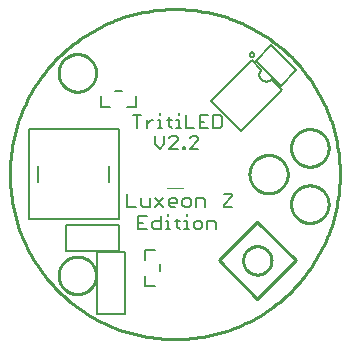
<source format=gto>
G75*
%MOIN*%
%OFA0B0*%
%FSLAX25Y25*%
%IPPOS*%
%LPD*%
%AMOC8*
5,1,8,0,0,1.08239X$1,22.5*
%
%ADD10C,0.01000*%
%ADD11C,0.00700*%
%ADD12C,0.00500*%
%ADD13C,0.00394*%
D10*
X0069250Y0049250D02*
X0069252Y0049408D01*
X0069258Y0049565D01*
X0069268Y0049723D01*
X0069282Y0049880D01*
X0069300Y0050036D01*
X0069321Y0050193D01*
X0069347Y0050348D01*
X0069377Y0050503D01*
X0069410Y0050657D01*
X0069448Y0050810D01*
X0069489Y0050963D01*
X0069534Y0051114D01*
X0069583Y0051264D01*
X0069636Y0051412D01*
X0069692Y0051560D01*
X0069753Y0051705D01*
X0069816Y0051850D01*
X0069884Y0051992D01*
X0069955Y0052133D01*
X0070029Y0052272D01*
X0070107Y0052409D01*
X0070189Y0052544D01*
X0070273Y0052677D01*
X0070362Y0052808D01*
X0070453Y0052936D01*
X0070548Y0053063D01*
X0070645Y0053186D01*
X0070746Y0053308D01*
X0070850Y0053426D01*
X0070957Y0053542D01*
X0071067Y0053655D01*
X0071179Y0053766D01*
X0071295Y0053873D01*
X0071413Y0053978D01*
X0071533Y0054080D01*
X0071656Y0054178D01*
X0071782Y0054274D01*
X0071910Y0054366D01*
X0072040Y0054455D01*
X0072172Y0054541D01*
X0072307Y0054623D01*
X0072444Y0054702D01*
X0072582Y0054777D01*
X0072722Y0054849D01*
X0072865Y0054917D01*
X0073008Y0054982D01*
X0073154Y0055043D01*
X0073301Y0055100D01*
X0073449Y0055154D01*
X0073599Y0055204D01*
X0073749Y0055250D01*
X0073901Y0055292D01*
X0074054Y0055331D01*
X0074208Y0055365D01*
X0074363Y0055396D01*
X0074518Y0055422D01*
X0074674Y0055445D01*
X0074831Y0055464D01*
X0074988Y0055479D01*
X0075145Y0055490D01*
X0075303Y0055497D01*
X0075461Y0055500D01*
X0075618Y0055499D01*
X0075776Y0055494D01*
X0075933Y0055485D01*
X0076091Y0055472D01*
X0076247Y0055455D01*
X0076404Y0055434D01*
X0076559Y0055410D01*
X0076714Y0055381D01*
X0076869Y0055348D01*
X0077022Y0055312D01*
X0077175Y0055271D01*
X0077326Y0055227D01*
X0077476Y0055179D01*
X0077625Y0055128D01*
X0077773Y0055072D01*
X0077919Y0055013D01*
X0078064Y0054950D01*
X0078207Y0054883D01*
X0078348Y0054813D01*
X0078487Y0054740D01*
X0078625Y0054663D01*
X0078761Y0054582D01*
X0078894Y0054498D01*
X0079025Y0054411D01*
X0079154Y0054320D01*
X0079281Y0054226D01*
X0079406Y0054129D01*
X0079527Y0054029D01*
X0079647Y0053926D01*
X0079763Y0053820D01*
X0079877Y0053711D01*
X0079989Y0053599D01*
X0080097Y0053485D01*
X0080202Y0053367D01*
X0080305Y0053247D01*
X0080404Y0053125D01*
X0080500Y0053000D01*
X0080593Y0052872D01*
X0080683Y0052743D01*
X0080769Y0052611D01*
X0080853Y0052477D01*
X0080932Y0052341D01*
X0081009Y0052203D01*
X0081081Y0052063D01*
X0081150Y0051921D01*
X0081216Y0051778D01*
X0081278Y0051633D01*
X0081336Y0051486D01*
X0081391Y0051338D01*
X0081442Y0051189D01*
X0081489Y0051038D01*
X0081532Y0050887D01*
X0081571Y0050734D01*
X0081607Y0050580D01*
X0081638Y0050426D01*
X0081666Y0050271D01*
X0081690Y0050115D01*
X0081710Y0049958D01*
X0081726Y0049801D01*
X0081738Y0049644D01*
X0081746Y0049487D01*
X0081750Y0049329D01*
X0081750Y0049171D01*
X0081746Y0049013D01*
X0081738Y0048856D01*
X0081726Y0048699D01*
X0081710Y0048542D01*
X0081690Y0048385D01*
X0081666Y0048229D01*
X0081638Y0048074D01*
X0081607Y0047920D01*
X0081571Y0047766D01*
X0081532Y0047613D01*
X0081489Y0047462D01*
X0081442Y0047311D01*
X0081391Y0047162D01*
X0081336Y0047014D01*
X0081278Y0046867D01*
X0081216Y0046722D01*
X0081150Y0046579D01*
X0081081Y0046437D01*
X0081009Y0046297D01*
X0080932Y0046159D01*
X0080853Y0046023D01*
X0080769Y0045889D01*
X0080683Y0045757D01*
X0080593Y0045628D01*
X0080500Y0045500D01*
X0080404Y0045375D01*
X0080305Y0045253D01*
X0080202Y0045133D01*
X0080097Y0045015D01*
X0079989Y0044901D01*
X0079877Y0044789D01*
X0079763Y0044680D01*
X0079647Y0044574D01*
X0079527Y0044471D01*
X0079406Y0044371D01*
X0079281Y0044274D01*
X0079154Y0044180D01*
X0079025Y0044089D01*
X0078894Y0044002D01*
X0078761Y0043918D01*
X0078625Y0043837D01*
X0078487Y0043760D01*
X0078348Y0043687D01*
X0078207Y0043617D01*
X0078064Y0043550D01*
X0077919Y0043487D01*
X0077773Y0043428D01*
X0077625Y0043372D01*
X0077476Y0043321D01*
X0077326Y0043273D01*
X0077175Y0043229D01*
X0077022Y0043188D01*
X0076869Y0043152D01*
X0076714Y0043119D01*
X0076559Y0043090D01*
X0076404Y0043066D01*
X0076247Y0043045D01*
X0076091Y0043028D01*
X0075933Y0043015D01*
X0075776Y0043006D01*
X0075618Y0043001D01*
X0075461Y0043000D01*
X0075303Y0043003D01*
X0075145Y0043010D01*
X0074988Y0043021D01*
X0074831Y0043036D01*
X0074674Y0043055D01*
X0074518Y0043078D01*
X0074363Y0043104D01*
X0074208Y0043135D01*
X0074054Y0043169D01*
X0073901Y0043208D01*
X0073749Y0043250D01*
X0073599Y0043296D01*
X0073449Y0043346D01*
X0073301Y0043400D01*
X0073154Y0043457D01*
X0073008Y0043518D01*
X0072865Y0043583D01*
X0072722Y0043651D01*
X0072582Y0043723D01*
X0072444Y0043798D01*
X0072307Y0043877D01*
X0072172Y0043959D01*
X0072040Y0044045D01*
X0071910Y0044134D01*
X0071782Y0044226D01*
X0071656Y0044322D01*
X0071533Y0044420D01*
X0071413Y0044522D01*
X0071295Y0044627D01*
X0071179Y0044734D01*
X0071067Y0044845D01*
X0070957Y0044958D01*
X0070850Y0045074D01*
X0070746Y0045192D01*
X0070645Y0045314D01*
X0070548Y0045437D01*
X0070453Y0045564D01*
X0070362Y0045692D01*
X0070273Y0045823D01*
X0070189Y0045956D01*
X0070107Y0046091D01*
X0070029Y0046228D01*
X0069955Y0046367D01*
X0069884Y0046508D01*
X0069816Y0046650D01*
X0069753Y0046795D01*
X0069692Y0046940D01*
X0069636Y0047088D01*
X0069583Y0047236D01*
X0069534Y0047386D01*
X0069489Y0047537D01*
X0069448Y0047690D01*
X0069410Y0047843D01*
X0069377Y0047997D01*
X0069347Y0048152D01*
X0069321Y0048307D01*
X0069300Y0048464D01*
X0069282Y0048620D01*
X0069268Y0048777D01*
X0069258Y0048935D01*
X0069252Y0049092D01*
X0069250Y0049250D01*
X0053000Y0083000D02*
X0053017Y0084350D01*
X0053066Y0085699D01*
X0053149Y0087046D01*
X0053265Y0088391D01*
X0053414Y0089733D01*
X0053595Y0091070D01*
X0053810Y0092403D01*
X0054057Y0093730D01*
X0054336Y0095051D01*
X0054648Y0096364D01*
X0054992Y0097669D01*
X0055368Y0098966D01*
X0055776Y0100252D01*
X0056215Y0101529D01*
X0056685Y0102794D01*
X0057187Y0104048D01*
X0057718Y0105288D01*
X0058281Y0106516D01*
X0058873Y0107729D01*
X0059494Y0108927D01*
X0060145Y0110109D01*
X0060825Y0111276D01*
X0061533Y0112425D01*
X0062269Y0113556D01*
X0063033Y0114669D01*
X0063824Y0115763D01*
X0064641Y0116838D01*
X0065484Y0117892D01*
X0066354Y0118925D01*
X0067248Y0119936D01*
X0068166Y0120925D01*
X0069109Y0121891D01*
X0070075Y0122834D01*
X0071064Y0123752D01*
X0072075Y0124646D01*
X0073108Y0125516D01*
X0074162Y0126359D01*
X0075237Y0127176D01*
X0076331Y0127967D01*
X0077444Y0128731D01*
X0078575Y0129467D01*
X0079724Y0130175D01*
X0080891Y0130855D01*
X0082073Y0131506D01*
X0083271Y0132127D01*
X0084484Y0132719D01*
X0085712Y0133282D01*
X0086952Y0133813D01*
X0088206Y0134315D01*
X0089471Y0134785D01*
X0090748Y0135224D01*
X0092034Y0135632D01*
X0093331Y0136008D01*
X0094636Y0136352D01*
X0095949Y0136664D01*
X0097270Y0136943D01*
X0098597Y0137190D01*
X0099930Y0137405D01*
X0101267Y0137586D01*
X0102609Y0137735D01*
X0103954Y0137851D01*
X0105301Y0137934D01*
X0106650Y0137983D01*
X0108000Y0138000D01*
X0109350Y0137983D01*
X0110699Y0137934D01*
X0112046Y0137851D01*
X0113391Y0137735D01*
X0114733Y0137586D01*
X0116070Y0137405D01*
X0117403Y0137190D01*
X0118730Y0136943D01*
X0120051Y0136664D01*
X0121364Y0136352D01*
X0122669Y0136008D01*
X0123966Y0135632D01*
X0125252Y0135224D01*
X0126529Y0134785D01*
X0127794Y0134315D01*
X0129048Y0133813D01*
X0130288Y0133282D01*
X0131516Y0132719D01*
X0132729Y0132127D01*
X0133927Y0131506D01*
X0135109Y0130855D01*
X0136276Y0130175D01*
X0137425Y0129467D01*
X0138556Y0128731D01*
X0139669Y0127967D01*
X0140763Y0127176D01*
X0141838Y0126359D01*
X0142892Y0125516D01*
X0143925Y0124646D01*
X0144936Y0123752D01*
X0145925Y0122834D01*
X0146891Y0121891D01*
X0147834Y0120925D01*
X0148752Y0119936D01*
X0149646Y0118925D01*
X0150516Y0117892D01*
X0151359Y0116838D01*
X0152176Y0115763D01*
X0152967Y0114669D01*
X0153731Y0113556D01*
X0154467Y0112425D01*
X0155175Y0111276D01*
X0155855Y0110109D01*
X0156506Y0108927D01*
X0157127Y0107729D01*
X0157719Y0106516D01*
X0158282Y0105288D01*
X0158813Y0104048D01*
X0159315Y0102794D01*
X0159785Y0101529D01*
X0160224Y0100252D01*
X0160632Y0098966D01*
X0161008Y0097669D01*
X0161352Y0096364D01*
X0161664Y0095051D01*
X0161943Y0093730D01*
X0162190Y0092403D01*
X0162405Y0091070D01*
X0162586Y0089733D01*
X0162735Y0088391D01*
X0162851Y0087046D01*
X0162934Y0085699D01*
X0162983Y0084350D01*
X0163000Y0083000D01*
X0162983Y0081650D01*
X0162934Y0080301D01*
X0162851Y0078954D01*
X0162735Y0077609D01*
X0162586Y0076267D01*
X0162405Y0074930D01*
X0162190Y0073597D01*
X0161943Y0072270D01*
X0161664Y0070949D01*
X0161352Y0069636D01*
X0161008Y0068331D01*
X0160632Y0067034D01*
X0160224Y0065748D01*
X0159785Y0064471D01*
X0159315Y0063206D01*
X0158813Y0061952D01*
X0158282Y0060712D01*
X0157719Y0059484D01*
X0157127Y0058271D01*
X0156506Y0057073D01*
X0155855Y0055891D01*
X0155175Y0054724D01*
X0154467Y0053575D01*
X0153731Y0052444D01*
X0152967Y0051331D01*
X0152176Y0050237D01*
X0151359Y0049162D01*
X0150516Y0048108D01*
X0149646Y0047075D01*
X0148752Y0046064D01*
X0147834Y0045075D01*
X0146891Y0044109D01*
X0145925Y0043166D01*
X0144936Y0042248D01*
X0143925Y0041354D01*
X0142892Y0040484D01*
X0141838Y0039641D01*
X0140763Y0038824D01*
X0139669Y0038033D01*
X0138556Y0037269D01*
X0137425Y0036533D01*
X0136276Y0035825D01*
X0135109Y0035145D01*
X0133927Y0034494D01*
X0132729Y0033873D01*
X0131516Y0033281D01*
X0130288Y0032718D01*
X0129048Y0032187D01*
X0127794Y0031685D01*
X0126529Y0031215D01*
X0125252Y0030776D01*
X0123966Y0030368D01*
X0122669Y0029992D01*
X0121364Y0029648D01*
X0120051Y0029336D01*
X0118730Y0029057D01*
X0117403Y0028810D01*
X0116070Y0028595D01*
X0114733Y0028414D01*
X0113391Y0028265D01*
X0112046Y0028149D01*
X0110699Y0028066D01*
X0109350Y0028017D01*
X0108000Y0028000D01*
X0106650Y0028017D01*
X0105301Y0028066D01*
X0103954Y0028149D01*
X0102609Y0028265D01*
X0101267Y0028414D01*
X0099930Y0028595D01*
X0098597Y0028810D01*
X0097270Y0029057D01*
X0095949Y0029336D01*
X0094636Y0029648D01*
X0093331Y0029992D01*
X0092034Y0030368D01*
X0090748Y0030776D01*
X0089471Y0031215D01*
X0088206Y0031685D01*
X0086952Y0032187D01*
X0085712Y0032718D01*
X0084484Y0033281D01*
X0083271Y0033873D01*
X0082073Y0034494D01*
X0080891Y0035145D01*
X0079724Y0035825D01*
X0078575Y0036533D01*
X0077444Y0037269D01*
X0076331Y0038033D01*
X0075237Y0038824D01*
X0074162Y0039641D01*
X0073108Y0040484D01*
X0072075Y0041354D01*
X0071064Y0042248D01*
X0070075Y0043166D01*
X0069109Y0044109D01*
X0068166Y0045075D01*
X0067248Y0046064D01*
X0066354Y0047075D01*
X0065484Y0048108D01*
X0064641Y0049162D01*
X0063824Y0050237D01*
X0063033Y0051331D01*
X0062269Y0052444D01*
X0061533Y0053575D01*
X0060825Y0054724D01*
X0060145Y0055891D01*
X0059494Y0057073D01*
X0058873Y0058271D01*
X0058281Y0059484D01*
X0057718Y0060712D01*
X0057187Y0061952D01*
X0056685Y0063206D01*
X0056215Y0064471D01*
X0055776Y0065748D01*
X0055368Y0067034D01*
X0054992Y0068331D01*
X0054648Y0069636D01*
X0054336Y0070949D01*
X0054057Y0072270D01*
X0053810Y0073597D01*
X0053595Y0074930D01*
X0053414Y0076267D01*
X0053265Y0077609D01*
X0053149Y0078954D01*
X0053066Y0080301D01*
X0053017Y0081650D01*
X0053000Y0083000D01*
X0069250Y0116750D02*
X0069252Y0116908D01*
X0069258Y0117065D01*
X0069268Y0117223D01*
X0069282Y0117380D01*
X0069300Y0117536D01*
X0069321Y0117693D01*
X0069347Y0117848D01*
X0069377Y0118003D01*
X0069410Y0118157D01*
X0069448Y0118310D01*
X0069489Y0118463D01*
X0069534Y0118614D01*
X0069583Y0118764D01*
X0069636Y0118912D01*
X0069692Y0119060D01*
X0069753Y0119205D01*
X0069816Y0119350D01*
X0069884Y0119492D01*
X0069955Y0119633D01*
X0070029Y0119772D01*
X0070107Y0119909D01*
X0070189Y0120044D01*
X0070273Y0120177D01*
X0070362Y0120308D01*
X0070453Y0120436D01*
X0070548Y0120563D01*
X0070645Y0120686D01*
X0070746Y0120808D01*
X0070850Y0120926D01*
X0070957Y0121042D01*
X0071067Y0121155D01*
X0071179Y0121266D01*
X0071295Y0121373D01*
X0071413Y0121478D01*
X0071533Y0121580D01*
X0071656Y0121678D01*
X0071782Y0121774D01*
X0071910Y0121866D01*
X0072040Y0121955D01*
X0072172Y0122041D01*
X0072307Y0122123D01*
X0072444Y0122202D01*
X0072582Y0122277D01*
X0072722Y0122349D01*
X0072865Y0122417D01*
X0073008Y0122482D01*
X0073154Y0122543D01*
X0073301Y0122600D01*
X0073449Y0122654D01*
X0073599Y0122704D01*
X0073749Y0122750D01*
X0073901Y0122792D01*
X0074054Y0122831D01*
X0074208Y0122865D01*
X0074363Y0122896D01*
X0074518Y0122922D01*
X0074674Y0122945D01*
X0074831Y0122964D01*
X0074988Y0122979D01*
X0075145Y0122990D01*
X0075303Y0122997D01*
X0075461Y0123000D01*
X0075618Y0122999D01*
X0075776Y0122994D01*
X0075933Y0122985D01*
X0076091Y0122972D01*
X0076247Y0122955D01*
X0076404Y0122934D01*
X0076559Y0122910D01*
X0076714Y0122881D01*
X0076869Y0122848D01*
X0077022Y0122812D01*
X0077175Y0122771D01*
X0077326Y0122727D01*
X0077476Y0122679D01*
X0077625Y0122628D01*
X0077773Y0122572D01*
X0077919Y0122513D01*
X0078064Y0122450D01*
X0078207Y0122383D01*
X0078348Y0122313D01*
X0078487Y0122240D01*
X0078625Y0122163D01*
X0078761Y0122082D01*
X0078894Y0121998D01*
X0079025Y0121911D01*
X0079154Y0121820D01*
X0079281Y0121726D01*
X0079406Y0121629D01*
X0079527Y0121529D01*
X0079647Y0121426D01*
X0079763Y0121320D01*
X0079877Y0121211D01*
X0079989Y0121099D01*
X0080097Y0120985D01*
X0080202Y0120867D01*
X0080305Y0120747D01*
X0080404Y0120625D01*
X0080500Y0120500D01*
X0080593Y0120372D01*
X0080683Y0120243D01*
X0080769Y0120111D01*
X0080853Y0119977D01*
X0080932Y0119841D01*
X0081009Y0119703D01*
X0081081Y0119563D01*
X0081150Y0119421D01*
X0081216Y0119278D01*
X0081278Y0119133D01*
X0081336Y0118986D01*
X0081391Y0118838D01*
X0081442Y0118689D01*
X0081489Y0118538D01*
X0081532Y0118387D01*
X0081571Y0118234D01*
X0081607Y0118080D01*
X0081638Y0117926D01*
X0081666Y0117771D01*
X0081690Y0117615D01*
X0081710Y0117458D01*
X0081726Y0117301D01*
X0081738Y0117144D01*
X0081746Y0116987D01*
X0081750Y0116829D01*
X0081750Y0116671D01*
X0081746Y0116513D01*
X0081738Y0116356D01*
X0081726Y0116199D01*
X0081710Y0116042D01*
X0081690Y0115885D01*
X0081666Y0115729D01*
X0081638Y0115574D01*
X0081607Y0115420D01*
X0081571Y0115266D01*
X0081532Y0115113D01*
X0081489Y0114962D01*
X0081442Y0114811D01*
X0081391Y0114662D01*
X0081336Y0114514D01*
X0081278Y0114367D01*
X0081216Y0114222D01*
X0081150Y0114079D01*
X0081081Y0113937D01*
X0081009Y0113797D01*
X0080932Y0113659D01*
X0080853Y0113523D01*
X0080769Y0113389D01*
X0080683Y0113257D01*
X0080593Y0113128D01*
X0080500Y0113000D01*
X0080404Y0112875D01*
X0080305Y0112753D01*
X0080202Y0112633D01*
X0080097Y0112515D01*
X0079989Y0112401D01*
X0079877Y0112289D01*
X0079763Y0112180D01*
X0079647Y0112074D01*
X0079527Y0111971D01*
X0079406Y0111871D01*
X0079281Y0111774D01*
X0079154Y0111680D01*
X0079025Y0111589D01*
X0078894Y0111502D01*
X0078761Y0111418D01*
X0078625Y0111337D01*
X0078487Y0111260D01*
X0078348Y0111187D01*
X0078207Y0111117D01*
X0078064Y0111050D01*
X0077919Y0110987D01*
X0077773Y0110928D01*
X0077625Y0110872D01*
X0077476Y0110821D01*
X0077326Y0110773D01*
X0077175Y0110729D01*
X0077022Y0110688D01*
X0076869Y0110652D01*
X0076714Y0110619D01*
X0076559Y0110590D01*
X0076404Y0110566D01*
X0076247Y0110545D01*
X0076091Y0110528D01*
X0075933Y0110515D01*
X0075776Y0110506D01*
X0075618Y0110501D01*
X0075461Y0110500D01*
X0075303Y0110503D01*
X0075145Y0110510D01*
X0074988Y0110521D01*
X0074831Y0110536D01*
X0074674Y0110555D01*
X0074518Y0110578D01*
X0074363Y0110604D01*
X0074208Y0110635D01*
X0074054Y0110669D01*
X0073901Y0110708D01*
X0073749Y0110750D01*
X0073599Y0110796D01*
X0073449Y0110846D01*
X0073301Y0110900D01*
X0073154Y0110957D01*
X0073008Y0111018D01*
X0072865Y0111083D01*
X0072722Y0111151D01*
X0072582Y0111223D01*
X0072444Y0111298D01*
X0072307Y0111377D01*
X0072172Y0111459D01*
X0072040Y0111545D01*
X0071910Y0111634D01*
X0071782Y0111726D01*
X0071656Y0111822D01*
X0071533Y0111920D01*
X0071413Y0112022D01*
X0071295Y0112127D01*
X0071179Y0112234D01*
X0071067Y0112345D01*
X0070957Y0112458D01*
X0070850Y0112574D01*
X0070746Y0112692D01*
X0070645Y0112814D01*
X0070548Y0112937D01*
X0070453Y0113064D01*
X0070362Y0113192D01*
X0070273Y0113323D01*
X0070189Y0113456D01*
X0070107Y0113591D01*
X0070029Y0113728D01*
X0069955Y0113867D01*
X0069884Y0114008D01*
X0069816Y0114150D01*
X0069753Y0114295D01*
X0069692Y0114440D01*
X0069636Y0114588D01*
X0069583Y0114736D01*
X0069534Y0114886D01*
X0069489Y0115037D01*
X0069448Y0115190D01*
X0069410Y0115343D01*
X0069377Y0115497D01*
X0069347Y0115652D01*
X0069321Y0115807D01*
X0069300Y0115964D01*
X0069282Y0116120D01*
X0069268Y0116277D01*
X0069258Y0116435D01*
X0069252Y0116592D01*
X0069250Y0116750D01*
X0132876Y0083000D02*
X0132878Y0083160D01*
X0132884Y0083319D01*
X0132894Y0083478D01*
X0132908Y0083637D01*
X0132926Y0083796D01*
X0132948Y0083954D01*
X0132974Y0084111D01*
X0133003Y0084268D01*
X0133037Y0084424D01*
X0133075Y0084579D01*
X0133116Y0084733D01*
X0133161Y0084886D01*
X0133211Y0085038D01*
X0133263Y0085188D01*
X0133320Y0085338D01*
X0133380Y0085485D01*
X0133444Y0085631D01*
X0133512Y0085776D01*
X0133583Y0085919D01*
X0133658Y0086060D01*
X0133737Y0086199D01*
X0133818Y0086336D01*
X0133904Y0086470D01*
X0133992Y0086603D01*
X0134084Y0086734D01*
X0134179Y0086862D01*
X0134277Y0086987D01*
X0134379Y0087111D01*
X0134483Y0087231D01*
X0134590Y0087349D01*
X0134701Y0087465D01*
X0134814Y0087577D01*
X0134930Y0087687D01*
X0135049Y0087793D01*
X0135170Y0087897D01*
X0135294Y0087998D01*
X0135420Y0088095D01*
X0135549Y0088189D01*
X0135680Y0088280D01*
X0135813Y0088368D01*
X0135949Y0088452D01*
X0136086Y0088533D01*
X0136226Y0088611D01*
X0136367Y0088685D01*
X0136510Y0088755D01*
X0136655Y0088822D01*
X0136802Y0088885D01*
X0136950Y0088944D01*
X0137099Y0089000D01*
X0137250Y0089052D01*
X0137402Y0089100D01*
X0137555Y0089145D01*
X0137710Y0089185D01*
X0137865Y0089222D01*
X0138021Y0089254D01*
X0138178Y0089283D01*
X0138336Y0089308D01*
X0138494Y0089329D01*
X0138653Y0089346D01*
X0138812Y0089359D01*
X0138971Y0089368D01*
X0139130Y0089373D01*
X0139290Y0089374D01*
X0139449Y0089371D01*
X0139609Y0089364D01*
X0139768Y0089353D01*
X0139927Y0089338D01*
X0140085Y0089319D01*
X0140243Y0089296D01*
X0140400Y0089269D01*
X0140557Y0089239D01*
X0140713Y0089204D01*
X0140868Y0089165D01*
X0141021Y0089123D01*
X0141174Y0089077D01*
X0141326Y0089027D01*
X0141476Y0088973D01*
X0141625Y0088915D01*
X0141772Y0088854D01*
X0141918Y0088789D01*
X0142062Y0088720D01*
X0142204Y0088648D01*
X0142344Y0088572D01*
X0142483Y0088493D01*
X0142619Y0088411D01*
X0142754Y0088325D01*
X0142886Y0088235D01*
X0143016Y0088143D01*
X0143143Y0088047D01*
X0143269Y0087948D01*
X0143391Y0087846D01*
X0143511Y0087740D01*
X0143628Y0087632D01*
X0143743Y0087521D01*
X0143855Y0087407D01*
X0143964Y0087291D01*
X0144070Y0087171D01*
X0144172Y0087049D01*
X0144272Y0086925D01*
X0144369Y0086798D01*
X0144462Y0086669D01*
X0144553Y0086537D01*
X0144639Y0086403D01*
X0144723Y0086267D01*
X0144803Y0086129D01*
X0144880Y0085989D01*
X0144953Y0085847D01*
X0145022Y0085704D01*
X0145088Y0085558D01*
X0145150Y0085412D01*
X0145209Y0085263D01*
X0145263Y0085113D01*
X0145314Y0084962D01*
X0145362Y0084810D01*
X0145405Y0084656D01*
X0145445Y0084502D01*
X0145480Y0084346D01*
X0145512Y0084190D01*
X0145540Y0084033D01*
X0145564Y0083875D01*
X0145584Y0083716D01*
X0145600Y0083558D01*
X0145612Y0083399D01*
X0145620Y0083239D01*
X0145624Y0083080D01*
X0145624Y0082920D01*
X0145620Y0082761D01*
X0145612Y0082601D01*
X0145600Y0082442D01*
X0145584Y0082284D01*
X0145564Y0082125D01*
X0145540Y0081967D01*
X0145512Y0081810D01*
X0145480Y0081654D01*
X0145445Y0081498D01*
X0145405Y0081344D01*
X0145362Y0081190D01*
X0145314Y0081038D01*
X0145263Y0080887D01*
X0145209Y0080737D01*
X0145150Y0080588D01*
X0145088Y0080442D01*
X0145022Y0080296D01*
X0144953Y0080153D01*
X0144880Y0080011D01*
X0144803Y0079871D01*
X0144723Y0079733D01*
X0144639Y0079597D01*
X0144553Y0079463D01*
X0144462Y0079331D01*
X0144369Y0079202D01*
X0144272Y0079075D01*
X0144172Y0078951D01*
X0144070Y0078829D01*
X0143964Y0078709D01*
X0143855Y0078593D01*
X0143743Y0078479D01*
X0143628Y0078368D01*
X0143511Y0078260D01*
X0143391Y0078154D01*
X0143269Y0078052D01*
X0143143Y0077953D01*
X0143016Y0077857D01*
X0142886Y0077765D01*
X0142754Y0077675D01*
X0142619Y0077589D01*
X0142483Y0077507D01*
X0142344Y0077428D01*
X0142204Y0077352D01*
X0142062Y0077280D01*
X0141918Y0077211D01*
X0141772Y0077146D01*
X0141625Y0077085D01*
X0141476Y0077027D01*
X0141326Y0076973D01*
X0141174Y0076923D01*
X0141021Y0076877D01*
X0140868Y0076835D01*
X0140713Y0076796D01*
X0140557Y0076761D01*
X0140400Y0076731D01*
X0140243Y0076704D01*
X0140085Y0076681D01*
X0139927Y0076662D01*
X0139768Y0076647D01*
X0139609Y0076636D01*
X0139449Y0076629D01*
X0139290Y0076626D01*
X0139130Y0076627D01*
X0138971Y0076632D01*
X0138812Y0076641D01*
X0138653Y0076654D01*
X0138494Y0076671D01*
X0138336Y0076692D01*
X0138178Y0076717D01*
X0138021Y0076746D01*
X0137865Y0076778D01*
X0137710Y0076815D01*
X0137555Y0076855D01*
X0137402Y0076900D01*
X0137250Y0076948D01*
X0137099Y0077000D01*
X0136950Y0077056D01*
X0136802Y0077115D01*
X0136655Y0077178D01*
X0136510Y0077245D01*
X0136367Y0077315D01*
X0136226Y0077389D01*
X0136086Y0077467D01*
X0135949Y0077548D01*
X0135813Y0077632D01*
X0135680Y0077720D01*
X0135549Y0077811D01*
X0135420Y0077905D01*
X0135294Y0078002D01*
X0135170Y0078103D01*
X0135049Y0078207D01*
X0134930Y0078313D01*
X0134814Y0078423D01*
X0134701Y0078535D01*
X0134590Y0078651D01*
X0134483Y0078769D01*
X0134379Y0078889D01*
X0134277Y0079013D01*
X0134179Y0079138D01*
X0134084Y0079266D01*
X0133992Y0079397D01*
X0133904Y0079530D01*
X0133818Y0079664D01*
X0133737Y0079801D01*
X0133658Y0079940D01*
X0133583Y0080081D01*
X0133512Y0080224D01*
X0133444Y0080369D01*
X0133380Y0080515D01*
X0133320Y0080662D01*
X0133263Y0080812D01*
X0133211Y0080962D01*
X0133161Y0081114D01*
X0133116Y0081267D01*
X0133075Y0081421D01*
X0133037Y0081576D01*
X0133003Y0081732D01*
X0132974Y0081889D01*
X0132948Y0082046D01*
X0132926Y0082204D01*
X0132908Y0082363D01*
X0132894Y0082522D01*
X0132884Y0082681D01*
X0132878Y0082840D01*
X0132876Y0083000D01*
X0146750Y0091750D02*
X0146752Y0091908D01*
X0146758Y0092065D01*
X0146768Y0092223D01*
X0146782Y0092380D01*
X0146800Y0092536D01*
X0146821Y0092693D01*
X0146847Y0092848D01*
X0146877Y0093003D01*
X0146910Y0093157D01*
X0146948Y0093310D01*
X0146989Y0093463D01*
X0147034Y0093614D01*
X0147083Y0093764D01*
X0147136Y0093912D01*
X0147192Y0094060D01*
X0147253Y0094205D01*
X0147316Y0094350D01*
X0147384Y0094492D01*
X0147455Y0094633D01*
X0147529Y0094772D01*
X0147607Y0094909D01*
X0147689Y0095044D01*
X0147773Y0095177D01*
X0147862Y0095308D01*
X0147953Y0095436D01*
X0148048Y0095563D01*
X0148145Y0095686D01*
X0148246Y0095808D01*
X0148350Y0095926D01*
X0148457Y0096042D01*
X0148567Y0096155D01*
X0148679Y0096266D01*
X0148795Y0096373D01*
X0148913Y0096478D01*
X0149033Y0096580D01*
X0149156Y0096678D01*
X0149282Y0096774D01*
X0149410Y0096866D01*
X0149540Y0096955D01*
X0149672Y0097041D01*
X0149807Y0097123D01*
X0149944Y0097202D01*
X0150082Y0097277D01*
X0150222Y0097349D01*
X0150365Y0097417D01*
X0150508Y0097482D01*
X0150654Y0097543D01*
X0150801Y0097600D01*
X0150949Y0097654D01*
X0151099Y0097704D01*
X0151249Y0097750D01*
X0151401Y0097792D01*
X0151554Y0097831D01*
X0151708Y0097865D01*
X0151863Y0097896D01*
X0152018Y0097922D01*
X0152174Y0097945D01*
X0152331Y0097964D01*
X0152488Y0097979D01*
X0152645Y0097990D01*
X0152803Y0097997D01*
X0152961Y0098000D01*
X0153118Y0097999D01*
X0153276Y0097994D01*
X0153433Y0097985D01*
X0153591Y0097972D01*
X0153747Y0097955D01*
X0153904Y0097934D01*
X0154059Y0097910D01*
X0154214Y0097881D01*
X0154369Y0097848D01*
X0154522Y0097812D01*
X0154675Y0097771D01*
X0154826Y0097727D01*
X0154976Y0097679D01*
X0155125Y0097628D01*
X0155273Y0097572D01*
X0155419Y0097513D01*
X0155564Y0097450D01*
X0155707Y0097383D01*
X0155848Y0097313D01*
X0155987Y0097240D01*
X0156125Y0097163D01*
X0156261Y0097082D01*
X0156394Y0096998D01*
X0156525Y0096911D01*
X0156654Y0096820D01*
X0156781Y0096726D01*
X0156906Y0096629D01*
X0157027Y0096529D01*
X0157147Y0096426D01*
X0157263Y0096320D01*
X0157377Y0096211D01*
X0157489Y0096099D01*
X0157597Y0095985D01*
X0157702Y0095867D01*
X0157805Y0095747D01*
X0157904Y0095625D01*
X0158000Y0095500D01*
X0158093Y0095372D01*
X0158183Y0095243D01*
X0158269Y0095111D01*
X0158353Y0094977D01*
X0158432Y0094841D01*
X0158509Y0094703D01*
X0158581Y0094563D01*
X0158650Y0094421D01*
X0158716Y0094278D01*
X0158778Y0094133D01*
X0158836Y0093986D01*
X0158891Y0093838D01*
X0158942Y0093689D01*
X0158989Y0093538D01*
X0159032Y0093387D01*
X0159071Y0093234D01*
X0159107Y0093080D01*
X0159138Y0092926D01*
X0159166Y0092771D01*
X0159190Y0092615D01*
X0159210Y0092458D01*
X0159226Y0092301D01*
X0159238Y0092144D01*
X0159246Y0091987D01*
X0159250Y0091829D01*
X0159250Y0091671D01*
X0159246Y0091513D01*
X0159238Y0091356D01*
X0159226Y0091199D01*
X0159210Y0091042D01*
X0159190Y0090885D01*
X0159166Y0090729D01*
X0159138Y0090574D01*
X0159107Y0090420D01*
X0159071Y0090266D01*
X0159032Y0090113D01*
X0158989Y0089962D01*
X0158942Y0089811D01*
X0158891Y0089662D01*
X0158836Y0089514D01*
X0158778Y0089367D01*
X0158716Y0089222D01*
X0158650Y0089079D01*
X0158581Y0088937D01*
X0158509Y0088797D01*
X0158432Y0088659D01*
X0158353Y0088523D01*
X0158269Y0088389D01*
X0158183Y0088257D01*
X0158093Y0088128D01*
X0158000Y0088000D01*
X0157904Y0087875D01*
X0157805Y0087753D01*
X0157702Y0087633D01*
X0157597Y0087515D01*
X0157489Y0087401D01*
X0157377Y0087289D01*
X0157263Y0087180D01*
X0157147Y0087074D01*
X0157027Y0086971D01*
X0156906Y0086871D01*
X0156781Y0086774D01*
X0156654Y0086680D01*
X0156525Y0086589D01*
X0156394Y0086502D01*
X0156261Y0086418D01*
X0156125Y0086337D01*
X0155987Y0086260D01*
X0155848Y0086187D01*
X0155707Y0086117D01*
X0155564Y0086050D01*
X0155419Y0085987D01*
X0155273Y0085928D01*
X0155125Y0085872D01*
X0154976Y0085821D01*
X0154826Y0085773D01*
X0154675Y0085729D01*
X0154522Y0085688D01*
X0154369Y0085652D01*
X0154214Y0085619D01*
X0154059Y0085590D01*
X0153904Y0085566D01*
X0153747Y0085545D01*
X0153591Y0085528D01*
X0153433Y0085515D01*
X0153276Y0085506D01*
X0153118Y0085501D01*
X0152961Y0085500D01*
X0152803Y0085503D01*
X0152645Y0085510D01*
X0152488Y0085521D01*
X0152331Y0085536D01*
X0152174Y0085555D01*
X0152018Y0085578D01*
X0151863Y0085604D01*
X0151708Y0085635D01*
X0151554Y0085669D01*
X0151401Y0085708D01*
X0151249Y0085750D01*
X0151099Y0085796D01*
X0150949Y0085846D01*
X0150801Y0085900D01*
X0150654Y0085957D01*
X0150508Y0086018D01*
X0150365Y0086083D01*
X0150222Y0086151D01*
X0150082Y0086223D01*
X0149944Y0086298D01*
X0149807Y0086377D01*
X0149672Y0086459D01*
X0149540Y0086545D01*
X0149410Y0086634D01*
X0149282Y0086726D01*
X0149156Y0086822D01*
X0149033Y0086920D01*
X0148913Y0087022D01*
X0148795Y0087127D01*
X0148679Y0087234D01*
X0148567Y0087345D01*
X0148457Y0087458D01*
X0148350Y0087574D01*
X0148246Y0087692D01*
X0148145Y0087814D01*
X0148048Y0087937D01*
X0147953Y0088064D01*
X0147862Y0088192D01*
X0147773Y0088323D01*
X0147689Y0088456D01*
X0147607Y0088591D01*
X0147529Y0088728D01*
X0147455Y0088867D01*
X0147384Y0089008D01*
X0147316Y0089150D01*
X0147253Y0089295D01*
X0147192Y0089440D01*
X0147136Y0089588D01*
X0147083Y0089736D01*
X0147034Y0089886D01*
X0146989Y0090037D01*
X0146948Y0090190D01*
X0146910Y0090343D01*
X0146877Y0090497D01*
X0146847Y0090652D01*
X0146821Y0090807D01*
X0146800Y0090964D01*
X0146782Y0091120D01*
X0146768Y0091277D01*
X0146758Y0091435D01*
X0146752Y0091592D01*
X0146750Y0091750D01*
X0146750Y0073000D02*
X0146752Y0073158D01*
X0146758Y0073315D01*
X0146768Y0073473D01*
X0146782Y0073630D01*
X0146800Y0073786D01*
X0146821Y0073943D01*
X0146847Y0074098D01*
X0146877Y0074253D01*
X0146910Y0074407D01*
X0146948Y0074560D01*
X0146989Y0074713D01*
X0147034Y0074864D01*
X0147083Y0075014D01*
X0147136Y0075162D01*
X0147192Y0075310D01*
X0147253Y0075455D01*
X0147316Y0075600D01*
X0147384Y0075742D01*
X0147455Y0075883D01*
X0147529Y0076022D01*
X0147607Y0076159D01*
X0147689Y0076294D01*
X0147773Y0076427D01*
X0147862Y0076558D01*
X0147953Y0076686D01*
X0148048Y0076813D01*
X0148145Y0076936D01*
X0148246Y0077058D01*
X0148350Y0077176D01*
X0148457Y0077292D01*
X0148567Y0077405D01*
X0148679Y0077516D01*
X0148795Y0077623D01*
X0148913Y0077728D01*
X0149033Y0077830D01*
X0149156Y0077928D01*
X0149282Y0078024D01*
X0149410Y0078116D01*
X0149540Y0078205D01*
X0149672Y0078291D01*
X0149807Y0078373D01*
X0149944Y0078452D01*
X0150082Y0078527D01*
X0150222Y0078599D01*
X0150365Y0078667D01*
X0150508Y0078732D01*
X0150654Y0078793D01*
X0150801Y0078850D01*
X0150949Y0078904D01*
X0151099Y0078954D01*
X0151249Y0079000D01*
X0151401Y0079042D01*
X0151554Y0079081D01*
X0151708Y0079115D01*
X0151863Y0079146D01*
X0152018Y0079172D01*
X0152174Y0079195D01*
X0152331Y0079214D01*
X0152488Y0079229D01*
X0152645Y0079240D01*
X0152803Y0079247D01*
X0152961Y0079250D01*
X0153118Y0079249D01*
X0153276Y0079244D01*
X0153433Y0079235D01*
X0153591Y0079222D01*
X0153747Y0079205D01*
X0153904Y0079184D01*
X0154059Y0079160D01*
X0154214Y0079131D01*
X0154369Y0079098D01*
X0154522Y0079062D01*
X0154675Y0079021D01*
X0154826Y0078977D01*
X0154976Y0078929D01*
X0155125Y0078878D01*
X0155273Y0078822D01*
X0155419Y0078763D01*
X0155564Y0078700D01*
X0155707Y0078633D01*
X0155848Y0078563D01*
X0155987Y0078490D01*
X0156125Y0078413D01*
X0156261Y0078332D01*
X0156394Y0078248D01*
X0156525Y0078161D01*
X0156654Y0078070D01*
X0156781Y0077976D01*
X0156906Y0077879D01*
X0157027Y0077779D01*
X0157147Y0077676D01*
X0157263Y0077570D01*
X0157377Y0077461D01*
X0157489Y0077349D01*
X0157597Y0077235D01*
X0157702Y0077117D01*
X0157805Y0076997D01*
X0157904Y0076875D01*
X0158000Y0076750D01*
X0158093Y0076622D01*
X0158183Y0076493D01*
X0158269Y0076361D01*
X0158353Y0076227D01*
X0158432Y0076091D01*
X0158509Y0075953D01*
X0158581Y0075813D01*
X0158650Y0075671D01*
X0158716Y0075528D01*
X0158778Y0075383D01*
X0158836Y0075236D01*
X0158891Y0075088D01*
X0158942Y0074939D01*
X0158989Y0074788D01*
X0159032Y0074637D01*
X0159071Y0074484D01*
X0159107Y0074330D01*
X0159138Y0074176D01*
X0159166Y0074021D01*
X0159190Y0073865D01*
X0159210Y0073708D01*
X0159226Y0073551D01*
X0159238Y0073394D01*
X0159246Y0073237D01*
X0159250Y0073079D01*
X0159250Y0072921D01*
X0159246Y0072763D01*
X0159238Y0072606D01*
X0159226Y0072449D01*
X0159210Y0072292D01*
X0159190Y0072135D01*
X0159166Y0071979D01*
X0159138Y0071824D01*
X0159107Y0071670D01*
X0159071Y0071516D01*
X0159032Y0071363D01*
X0158989Y0071212D01*
X0158942Y0071061D01*
X0158891Y0070912D01*
X0158836Y0070764D01*
X0158778Y0070617D01*
X0158716Y0070472D01*
X0158650Y0070329D01*
X0158581Y0070187D01*
X0158509Y0070047D01*
X0158432Y0069909D01*
X0158353Y0069773D01*
X0158269Y0069639D01*
X0158183Y0069507D01*
X0158093Y0069378D01*
X0158000Y0069250D01*
X0157904Y0069125D01*
X0157805Y0069003D01*
X0157702Y0068883D01*
X0157597Y0068765D01*
X0157489Y0068651D01*
X0157377Y0068539D01*
X0157263Y0068430D01*
X0157147Y0068324D01*
X0157027Y0068221D01*
X0156906Y0068121D01*
X0156781Y0068024D01*
X0156654Y0067930D01*
X0156525Y0067839D01*
X0156394Y0067752D01*
X0156261Y0067668D01*
X0156125Y0067587D01*
X0155987Y0067510D01*
X0155848Y0067437D01*
X0155707Y0067367D01*
X0155564Y0067300D01*
X0155419Y0067237D01*
X0155273Y0067178D01*
X0155125Y0067122D01*
X0154976Y0067071D01*
X0154826Y0067023D01*
X0154675Y0066979D01*
X0154522Y0066938D01*
X0154369Y0066902D01*
X0154214Y0066869D01*
X0154059Y0066840D01*
X0153904Y0066816D01*
X0153747Y0066795D01*
X0153591Y0066778D01*
X0153433Y0066765D01*
X0153276Y0066756D01*
X0153118Y0066751D01*
X0152961Y0066750D01*
X0152803Y0066753D01*
X0152645Y0066760D01*
X0152488Y0066771D01*
X0152331Y0066786D01*
X0152174Y0066805D01*
X0152018Y0066828D01*
X0151863Y0066854D01*
X0151708Y0066885D01*
X0151554Y0066919D01*
X0151401Y0066958D01*
X0151249Y0067000D01*
X0151099Y0067046D01*
X0150949Y0067096D01*
X0150801Y0067150D01*
X0150654Y0067207D01*
X0150508Y0067268D01*
X0150365Y0067333D01*
X0150222Y0067401D01*
X0150082Y0067473D01*
X0149944Y0067548D01*
X0149807Y0067627D01*
X0149672Y0067709D01*
X0149540Y0067795D01*
X0149410Y0067884D01*
X0149282Y0067976D01*
X0149156Y0068072D01*
X0149033Y0068170D01*
X0148913Y0068272D01*
X0148795Y0068377D01*
X0148679Y0068484D01*
X0148567Y0068595D01*
X0148457Y0068708D01*
X0148350Y0068824D01*
X0148246Y0068942D01*
X0148145Y0069064D01*
X0148048Y0069187D01*
X0147953Y0069314D01*
X0147862Y0069442D01*
X0147773Y0069573D01*
X0147689Y0069706D01*
X0147607Y0069841D01*
X0147529Y0069978D01*
X0147455Y0070117D01*
X0147384Y0070258D01*
X0147316Y0070400D01*
X0147253Y0070545D01*
X0147192Y0070690D01*
X0147136Y0070838D01*
X0147083Y0070986D01*
X0147034Y0071136D01*
X0146989Y0071287D01*
X0146948Y0071440D01*
X0146910Y0071593D01*
X0146877Y0071747D01*
X0146847Y0071902D01*
X0146821Y0072057D01*
X0146800Y0072214D01*
X0146782Y0072370D01*
X0146768Y0072527D01*
X0146758Y0072685D01*
X0146752Y0072842D01*
X0146750Y0073000D01*
X0135500Y0067056D02*
X0148306Y0054250D01*
X0135500Y0041444D01*
X0122694Y0054250D01*
X0135500Y0067056D01*
X0130776Y0054250D02*
X0130778Y0054387D01*
X0130784Y0054525D01*
X0130794Y0054662D01*
X0130808Y0054798D01*
X0130826Y0054935D01*
X0130848Y0055070D01*
X0130874Y0055205D01*
X0130903Y0055339D01*
X0130937Y0055473D01*
X0130974Y0055605D01*
X0131016Y0055736D01*
X0131061Y0055866D01*
X0131110Y0055994D01*
X0131162Y0056121D01*
X0131219Y0056246D01*
X0131278Y0056370D01*
X0131342Y0056492D01*
X0131409Y0056612D01*
X0131479Y0056730D01*
X0131553Y0056846D01*
X0131630Y0056960D01*
X0131711Y0057071D01*
X0131794Y0057180D01*
X0131881Y0057287D01*
X0131971Y0057390D01*
X0132064Y0057492D01*
X0132160Y0057590D01*
X0132258Y0057686D01*
X0132360Y0057779D01*
X0132463Y0057869D01*
X0132570Y0057956D01*
X0132679Y0058039D01*
X0132790Y0058120D01*
X0132904Y0058197D01*
X0133020Y0058271D01*
X0133138Y0058341D01*
X0133258Y0058408D01*
X0133380Y0058472D01*
X0133504Y0058531D01*
X0133629Y0058588D01*
X0133756Y0058640D01*
X0133884Y0058689D01*
X0134014Y0058734D01*
X0134145Y0058776D01*
X0134277Y0058813D01*
X0134411Y0058847D01*
X0134545Y0058876D01*
X0134680Y0058902D01*
X0134815Y0058924D01*
X0134952Y0058942D01*
X0135088Y0058956D01*
X0135225Y0058966D01*
X0135363Y0058972D01*
X0135500Y0058974D01*
X0135637Y0058972D01*
X0135775Y0058966D01*
X0135912Y0058956D01*
X0136048Y0058942D01*
X0136185Y0058924D01*
X0136320Y0058902D01*
X0136455Y0058876D01*
X0136589Y0058847D01*
X0136723Y0058813D01*
X0136855Y0058776D01*
X0136986Y0058734D01*
X0137116Y0058689D01*
X0137244Y0058640D01*
X0137371Y0058588D01*
X0137496Y0058531D01*
X0137620Y0058472D01*
X0137742Y0058408D01*
X0137862Y0058341D01*
X0137980Y0058271D01*
X0138096Y0058197D01*
X0138210Y0058120D01*
X0138321Y0058039D01*
X0138430Y0057956D01*
X0138537Y0057869D01*
X0138640Y0057779D01*
X0138742Y0057686D01*
X0138840Y0057590D01*
X0138936Y0057492D01*
X0139029Y0057390D01*
X0139119Y0057287D01*
X0139206Y0057180D01*
X0139289Y0057071D01*
X0139370Y0056960D01*
X0139447Y0056846D01*
X0139521Y0056730D01*
X0139591Y0056612D01*
X0139658Y0056492D01*
X0139722Y0056370D01*
X0139781Y0056246D01*
X0139838Y0056121D01*
X0139890Y0055994D01*
X0139939Y0055866D01*
X0139984Y0055736D01*
X0140026Y0055605D01*
X0140063Y0055473D01*
X0140097Y0055339D01*
X0140126Y0055205D01*
X0140152Y0055070D01*
X0140174Y0054935D01*
X0140192Y0054798D01*
X0140206Y0054662D01*
X0140216Y0054525D01*
X0140222Y0054387D01*
X0140224Y0054250D01*
X0140222Y0054113D01*
X0140216Y0053975D01*
X0140206Y0053838D01*
X0140192Y0053702D01*
X0140174Y0053565D01*
X0140152Y0053430D01*
X0140126Y0053295D01*
X0140097Y0053161D01*
X0140063Y0053027D01*
X0140026Y0052895D01*
X0139984Y0052764D01*
X0139939Y0052634D01*
X0139890Y0052506D01*
X0139838Y0052379D01*
X0139781Y0052254D01*
X0139722Y0052130D01*
X0139658Y0052008D01*
X0139591Y0051888D01*
X0139521Y0051770D01*
X0139447Y0051654D01*
X0139370Y0051540D01*
X0139289Y0051429D01*
X0139206Y0051320D01*
X0139119Y0051213D01*
X0139029Y0051110D01*
X0138936Y0051008D01*
X0138840Y0050910D01*
X0138742Y0050814D01*
X0138640Y0050721D01*
X0138537Y0050631D01*
X0138430Y0050544D01*
X0138321Y0050461D01*
X0138210Y0050380D01*
X0138096Y0050303D01*
X0137980Y0050229D01*
X0137862Y0050159D01*
X0137742Y0050092D01*
X0137620Y0050028D01*
X0137496Y0049969D01*
X0137371Y0049912D01*
X0137244Y0049860D01*
X0137116Y0049811D01*
X0136986Y0049766D01*
X0136855Y0049724D01*
X0136723Y0049687D01*
X0136589Y0049653D01*
X0136455Y0049624D01*
X0136320Y0049598D01*
X0136185Y0049576D01*
X0136048Y0049558D01*
X0135912Y0049544D01*
X0135775Y0049534D01*
X0135637Y0049528D01*
X0135500Y0049526D01*
X0135363Y0049528D01*
X0135225Y0049534D01*
X0135088Y0049544D01*
X0134952Y0049558D01*
X0134815Y0049576D01*
X0134680Y0049598D01*
X0134545Y0049624D01*
X0134411Y0049653D01*
X0134277Y0049687D01*
X0134145Y0049724D01*
X0134014Y0049766D01*
X0133884Y0049811D01*
X0133756Y0049860D01*
X0133629Y0049912D01*
X0133504Y0049969D01*
X0133380Y0050028D01*
X0133258Y0050092D01*
X0133138Y0050159D01*
X0133020Y0050229D01*
X0132904Y0050303D01*
X0132790Y0050380D01*
X0132679Y0050461D01*
X0132570Y0050544D01*
X0132463Y0050631D01*
X0132360Y0050721D01*
X0132258Y0050814D01*
X0132160Y0050910D01*
X0132064Y0051008D01*
X0131971Y0051110D01*
X0131881Y0051213D01*
X0131794Y0051320D01*
X0131711Y0051429D01*
X0131630Y0051540D01*
X0131553Y0051654D01*
X0131479Y0051770D01*
X0131409Y0051888D01*
X0131342Y0052008D01*
X0131278Y0052130D01*
X0131219Y0052254D01*
X0131162Y0052379D01*
X0131110Y0052506D01*
X0131061Y0052634D01*
X0131016Y0052764D01*
X0130974Y0052895D01*
X0130937Y0053027D01*
X0130903Y0053161D01*
X0130874Y0053295D01*
X0130848Y0053430D01*
X0130826Y0053565D01*
X0130808Y0053702D01*
X0130794Y0053838D01*
X0130784Y0053975D01*
X0130778Y0054113D01*
X0130776Y0054250D01*
D11*
X0121739Y0064600D02*
X0121739Y0066752D01*
X0121021Y0067469D01*
X0118870Y0067469D01*
X0118870Y0064600D01*
X0117135Y0065317D02*
X0117135Y0066752D01*
X0116418Y0067469D01*
X0114983Y0067469D01*
X0114266Y0066752D01*
X0114266Y0065317D01*
X0114983Y0064600D01*
X0116418Y0064600D01*
X0117135Y0065317D01*
X0112631Y0064600D02*
X0111196Y0064600D01*
X0111914Y0064600D02*
X0111914Y0067469D01*
X0111196Y0067469D01*
X0111914Y0068904D02*
X0111914Y0069621D01*
X0111233Y0072100D02*
X0110516Y0072817D01*
X0110516Y0074252D01*
X0111233Y0074969D01*
X0112668Y0074969D01*
X0113385Y0074252D01*
X0113385Y0072817D01*
X0112668Y0072100D01*
X0111233Y0072100D01*
X0108781Y0073535D02*
X0105912Y0073535D01*
X0105912Y0074252D02*
X0105912Y0072817D01*
X0106629Y0072100D01*
X0108064Y0072100D01*
X0108781Y0073535D02*
X0108781Y0074252D01*
X0108064Y0074969D01*
X0106629Y0074969D01*
X0105912Y0074252D01*
X0104177Y0074969D02*
X0101308Y0072100D01*
X0099573Y0072100D02*
X0099573Y0074969D01*
X0101308Y0074969D02*
X0104177Y0072100D01*
X0105775Y0069621D02*
X0105775Y0068904D01*
X0105775Y0067469D02*
X0105058Y0067469D01*
X0105775Y0067469D02*
X0105775Y0064600D01*
X0105058Y0064600D02*
X0106492Y0064600D01*
X0108844Y0065317D02*
X0109562Y0064600D01*
X0108844Y0065317D02*
X0108844Y0068186D01*
X0108127Y0067469D02*
X0109562Y0067469D01*
X0103323Y0067469D02*
X0101171Y0067469D01*
X0100454Y0066752D01*
X0100454Y0065317D01*
X0101171Y0064600D01*
X0103323Y0064600D01*
X0103323Y0068904D01*
X0098719Y0068904D02*
X0095850Y0068904D01*
X0095850Y0064600D01*
X0098719Y0064600D01*
X0097285Y0066752D02*
X0095850Y0066752D01*
X0094969Y0072100D02*
X0092100Y0072100D01*
X0092100Y0076404D01*
X0096704Y0074969D02*
X0096704Y0072817D01*
X0097421Y0072100D01*
X0099573Y0072100D01*
X0115120Y0072100D02*
X0115120Y0074969D01*
X0117271Y0074969D01*
X0117989Y0074252D01*
X0117989Y0072100D01*
X0124327Y0072100D02*
X0127197Y0072100D01*
X0124327Y0072100D02*
X0124327Y0072817D01*
X0127197Y0075686D01*
X0127197Y0076404D01*
X0124327Y0076404D01*
X0115854Y0091475D02*
X0112985Y0091475D01*
X0115854Y0094344D01*
X0115854Y0095061D01*
X0115137Y0095779D01*
X0113702Y0095779D01*
X0112985Y0095061D01*
X0111400Y0092192D02*
X0111400Y0091475D01*
X0110683Y0091475D01*
X0110683Y0092192D01*
X0111400Y0092192D01*
X0108948Y0091475D02*
X0106079Y0091475D01*
X0108948Y0094344D01*
X0108948Y0095061D01*
X0108231Y0095779D01*
X0106796Y0095779D01*
X0106079Y0095061D01*
X0104344Y0095779D02*
X0104344Y0092910D01*
X0102910Y0091475D01*
X0101475Y0092910D01*
X0101475Y0095779D01*
X0102416Y0098350D02*
X0103850Y0098350D01*
X0103133Y0098350D02*
X0103133Y0101219D01*
X0102416Y0101219D01*
X0103133Y0102654D02*
X0103133Y0103371D01*
X0105485Y0101219D02*
X0106919Y0101219D01*
X0106202Y0101936D02*
X0106202Y0099067D01*
X0106919Y0098350D01*
X0108554Y0098350D02*
X0109989Y0098350D01*
X0109271Y0098350D02*
X0109271Y0101219D01*
X0108554Y0101219D01*
X0109271Y0102654D02*
X0109271Y0103371D01*
X0111623Y0102654D02*
X0111623Y0098350D01*
X0114492Y0098350D01*
X0116227Y0098350D02*
X0119096Y0098350D01*
X0120831Y0098350D02*
X0122983Y0098350D01*
X0123700Y0099067D01*
X0123700Y0101936D01*
X0122983Y0102654D01*
X0120831Y0102654D01*
X0120831Y0098350D01*
X0117662Y0100502D02*
X0116227Y0100502D01*
X0116227Y0102654D02*
X0116227Y0098350D01*
X0116227Y0102654D02*
X0119096Y0102654D01*
X0100731Y0101219D02*
X0100013Y0101219D01*
X0098579Y0099785D01*
X0098579Y0101219D02*
X0098579Y0098350D01*
X0095410Y0098350D02*
X0095410Y0102654D01*
X0096844Y0102654D02*
X0093975Y0102654D01*
D12*
X0095156Y0105441D02*
X0092006Y0105441D01*
X0095156Y0105441D02*
X0095156Y0108984D01*
X0090431Y0110559D02*
X0088069Y0110559D01*
X0083344Y0108984D02*
X0083344Y0105441D01*
X0086494Y0105441D01*
X0089250Y0098000D02*
X0089250Y0068000D01*
X0059250Y0068000D01*
X0059250Y0098000D01*
X0089250Y0098000D01*
X0086061Y0085687D02*
X0086061Y0080313D01*
X0089260Y0066179D02*
X0071740Y0066179D01*
X0071740Y0057321D01*
X0089260Y0057321D01*
X0089260Y0066179D01*
X0091474Y0056986D02*
X0082026Y0056986D01*
X0082026Y0036514D01*
X0082183Y0036514D01*
X0091474Y0036514D01*
X0091474Y0056986D01*
X0097941Y0057656D02*
X0097941Y0054506D01*
X0097941Y0057656D02*
X0101484Y0057656D01*
X0103059Y0052931D02*
X0103059Y0050569D01*
X0097941Y0048994D02*
X0097941Y0045844D01*
X0101484Y0045844D01*
X0062439Y0080313D02*
X0062439Y0085687D01*
X0119918Y0107440D02*
X0133560Y0121082D01*
X0136845Y0117797D01*
X0136761Y0117713D01*
X0136698Y0117648D01*
X0136639Y0117580D01*
X0136582Y0117510D01*
X0136528Y0117438D01*
X0136478Y0117363D01*
X0136430Y0117286D01*
X0136386Y0117207D01*
X0136346Y0117127D01*
X0136309Y0117044D01*
X0136275Y0116961D01*
X0136245Y0116876D01*
X0136218Y0116789D01*
X0136196Y0116702D01*
X0136177Y0116614D01*
X0136161Y0116525D01*
X0136150Y0116435D01*
X0136142Y0116345D01*
X0136138Y0116255D01*
X0136138Y0116165D01*
X0136142Y0116075D01*
X0136150Y0115985D01*
X0136161Y0115895D01*
X0136177Y0115806D01*
X0136196Y0115718D01*
X0136218Y0115631D01*
X0136245Y0115544D01*
X0136275Y0115459D01*
X0136309Y0115376D01*
X0136346Y0115293D01*
X0136386Y0115213D01*
X0136430Y0115134D01*
X0136478Y0115057D01*
X0136528Y0114982D01*
X0136582Y0114910D01*
X0136639Y0114840D01*
X0136698Y0114772D01*
X0136761Y0114707D01*
X0136761Y0114706D02*
X0136984Y0114484D01*
X0137052Y0114422D01*
X0137124Y0114362D01*
X0137197Y0114306D01*
X0137273Y0114253D01*
X0137352Y0114203D01*
X0137432Y0114156D01*
X0137514Y0114113D01*
X0137598Y0114074D01*
X0137684Y0114038D01*
X0137771Y0114006D01*
X0137859Y0113977D01*
X0137948Y0113952D01*
X0138039Y0113931D01*
X0138130Y0113914D01*
X0138222Y0113901D01*
X0138314Y0113892D01*
X0138407Y0113886D01*
X0138500Y0113885D01*
X0138592Y0113888D01*
X0138685Y0113894D01*
X0138777Y0113904D01*
X0138869Y0113919D01*
X0138960Y0113937D01*
X0139050Y0113959D01*
X0139139Y0113985D01*
X0139227Y0114014D01*
X0139314Y0114047D01*
X0139399Y0114084D01*
X0139482Y0114125D01*
X0139564Y0114169D01*
X0139644Y0114216D01*
X0139722Y0114267D01*
X0139797Y0114321D01*
X0139870Y0114378D01*
X0139941Y0114438D01*
X0140009Y0114502D01*
X0140074Y0114568D01*
X0140074Y0114567D02*
X0143582Y0111060D01*
X0129940Y0097418D01*
X0119918Y0107440D01*
X0134992Y0120858D02*
X0143358Y0112492D01*
X0148508Y0117642D01*
X0140142Y0126008D01*
X0134992Y0120858D01*
X0132912Y0122891D02*
X0132914Y0122947D01*
X0132920Y0123002D01*
X0132930Y0123056D01*
X0132943Y0123110D01*
X0132961Y0123163D01*
X0132982Y0123214D01*
X0133006Y0123264D01*
X0133034Y0123312D01*
X0133066Y0123358D01*
X0133100Y0123402D01*
X0133138Y0123443D01*
X0133178Y0123481D01*
X0133221Y0123516D01*
X0133266Y0123548D01*
X0133314Y0123577D01*
X0133363Y0123603D01*
X0133414Y0123625D01*
X0133466Y0123643D01*
X0133520Y0123657D01*
X0133575Y0123668D01*
X0133630Y0123675D01*
X0133685Y0123678D01*
X0133741Y0123677D01*
X0133796Y0123672D01*
X0133851Y0123663D01*
X0133905Y0123651D01*
X0133958Y0123634D01*
X0134010Y0123614D01*
X0134060Y0123590D01*
X0134108Y0123563D01*
X0134155Y0123533D01*
X0134199Y0123499D01*
X0134241Y0123462D01*
X0134279Y0123422D01*
X0134316Y0123380D01*
X0134349Y0123335D01*
X0134378Y0123289D01*
X0134405Y0123240D01*
X0134427Y0123189D01*
X0134447Y0123137D01*
X0134462Y0123083D01*
X0134474Y0123029D01*
X0134482Y0122974D01*
X0134486Y0122919D01*
X0134486Y0122863D01*
X0134482Y0122808D01*
X0134474Y0122753D01*
X0134462Y0122699D01*
X0134447Y0122645D01*
X0134427Y0122593D01*
X0134405Y0122542D01*
X0134378Y0122493D01*
X0134349Y0122447D01*
X0134316Y0122402D01*
X0134279Y0122360D01*
X0134241Y0122320D01*
X0134199Y0122283D01*
X0134155Y0122249D01*
X0134108Y0122219D01*
X0134060Y0122192D01*
X0134010Y0122168D01*
X0133958Y0122148D01*
X0133905Y0122131D01*
X0133851Y0122119D01*
X0133796Y0122110D01*
X0133741Y0122105D01*
X0133685Y0122104D01*
X0133630Y0122107D01*
X0133575Y0122114D01*
X0133520Y0122125D01*
X0133466Y0122139D01*
X0133414Y0122157D01*
X0133363Y0122179D01*
X0133314Y0122205D01*
X0133266Y0122234D01*
X0133221Y0122266D01*
X0133178Y0122301D01*
X0133138Y0122339D01*
X0133100Y0122380D01*
X0133066Y0122424D01*
X0133034Y0122470D01*
X0133006Y0122518D01*
X0132982Y0122568D01*
X0132961Y0122619D01*
X0132943Y0122672D01*
X0132930Y0122726D01*
X0132920Y0122780D01*
X0132914Y0122835D01*
X0132912Y0122891D01*
D13*
X0110618Y0078555D02*
X0105421Y0078555D01*
M02*

</source>
